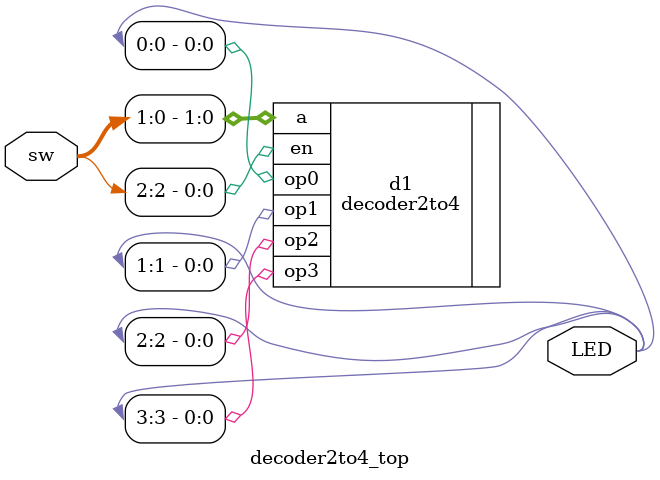
<source format=sv>
module decoder2to4_top(
    input logic [2:0] sw,
    output logic [3:0] LED
    );

  //instantiate the design to interface with board I/O
   decoder2to4 d1(
   .en(sw[2]),
   .a(sw[1:0]),
   .op3(LED[3]),
   .op2(LED[2]),
   .op1(LED[1]),
   .op0(LED[0])
   );
   
endmodule

</source>
